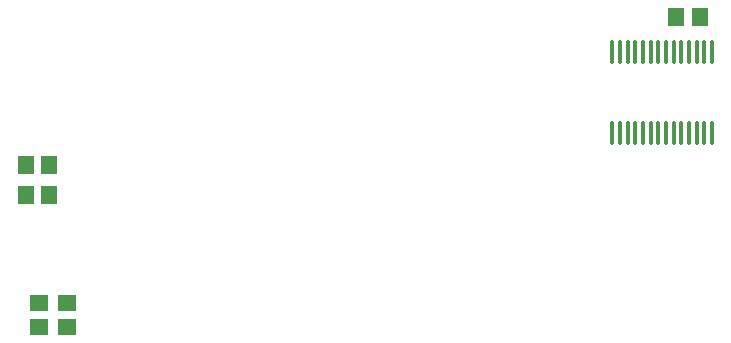
<source format=gbp>
%FSLAX25Y25*%
%MOIN*%
G70*
G01*
G75*
G04 Layer_Color=128*
%ADD10C,0.01000*%
%ADD11C,0.02500*%
%ADD12C,0.03000*%
%ADD13R,0.07087X0.06299*%
%ADD14R,0.01575X0.09449*%
%ADD15R,0.05512X0.05906*%
%ADD16R,0.01181X0.04724*%
%ADD17R,0.04724X0.01181*%
%ADD18R,0.11811X0.11811*%
%ADD19R,0.05906X0.05512*%
%ADD20R,0.06299X0.05984*%
%ADD21R,0.05984X0.06299*%
%ADD22R,0.08268X0.12598*%
%ADD23R,0.08268X0.03543*%
%ADD24R,0.03937X0.17716*%
%ADD25O,0.07087X0.01181*%
%ADD26O,0.01181X0.07087*%
%ADD27R,0.17716X0.03937*%
%ADD28R,0.05906X0.05906*%
%ADD29C,0.05906*%
%ADD30C,0.06693*%
%ADD31R,0.05906X0.05906*%
%ADD32C,0.19685*%
%ADD33O,0.06299X0.09843*%
%ADD34R,0.06299X0.09843*%
%ADD35C,0.04724*%
%ADD36C,0.03543*%
%ADD37C,0.03500*%
%ADD38O,0.01378X0.08268*%
%ADD39C,0.00984*%
%ADD40C,0.02362*%
%ADD41C,0.00394*%
%ADD42C,0.00787*%
%ADD43C,0.00800*%
%ADD44R,0.07887X0.07099*%
%ADD45R,0.02375X0.10249*%
%ADD46R,0.06312X0.06706*%
%ADD47R,0.01981X0.05524*%
%ADD48R,0.05524X0.01981*%
%ADD49R,0.12611X0.12611*%
%ADD50R,0.06706X0.06312*%
%ADD51R,0.07099X0.06784*%
%ADD52R,0.06784X0.07099*%
%ADD53R,0.09068X0.13398*%
%ADD54R,0.09068X0.04343*%
%ADD55R,0.04737X0.18517*%
%ADD56O,0.07887X0.01981*%
%ADD57O,0.01981X0.07887*%
%ADD58R,0.18517X0.04737*%
%ADD59R,0.06706X0.06706*%
%ADD60C,0.06706*%
%ADD61C,0.07493*%
%ADD62R,0.06706X0.06706*%
%ADD63C,0.20485*%
%ADD64O,0.07099X0.10642*%
%ADD65R,0.07099X0.10642*%
%ADD66C,0.05524*%
%ADD67C,0.04343*%
%ADD68C,0.04300*%
%ADD69O,0.02178X0.09068*%
D15*
X67337Y221800D02*
D03*
X59463D02*
D03*
X67337Y211800D02*
D03*
X59463D02*
D03*
X276378Y271260D02*
D03*
X284252D02*
D03*
D19*
X63800Y175837D02*
D03*
Y167963D02*
D03*
X73100Y175837D02*
D03*
Y167963D02*
D03*
D38*
X288287Y232480D02*
D03*
X285728D02*
D03*
X283169D02*
D03*
X280610D02*
D03*
X278051D02*
D03*
X275492D02*
D03*
X272933D02*
D03*
X270374D02*
D03*
X267815D02*
D03*
X265256D02*
D03*
X262697D02*
D03*
X260138D02*
D03*
X257579D02*
D03*
X255020D02*
D03*
X288287Y259646D02*
D03*
X285728D02*
D03*
X283169D02*
D03*
X280610D02*
D03*
X278051D02*
D03*
X275492D02*
D03*
X272933D02*
D03*
X270374D02*
D03*
X267815D02*
D03*
X265256D02*
D03*
X262697D02*
D03*
X260138D02*
D03*
X257579D02*
D03*
X255020D02*
D03*
M02*

</source>
